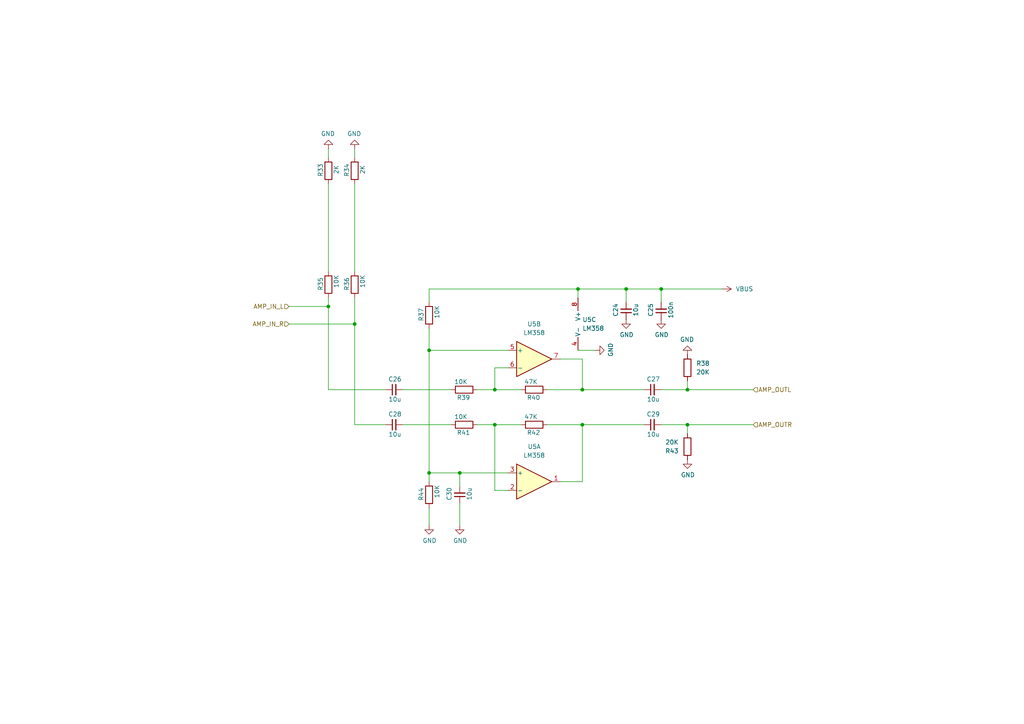
<source format=kicad_sch>
(kicad_sch (version 20250114) (generator "eeschema") (generator_version "9.0")
  (paper "A4")
  (title_block (title "MiniFRANK RM1E") (date "2025-04-15") (rev "${VERSION}") (company "Mikhail Matveev") (comment 1 "https://github.com/xtremespb/frank"))
  (lib_symbols
    (symbol "Amplifier_Operational:LM358" (pin_names (offset 0.127))
      (property "Reference" "U" (at 0 5.08 0))
      (property "Value" "LM358" (at 0 -5.08 0))
      (symbol "LM358_1_1"
        (polyline (pts (xy -5.08 5.08) (xy 5.08 0) (xy -5.08 -5.08) (xy -5.08 5.08)) (stroke (width 0.254)) (fill (type background)))
        (pin input line (at -7.62 2.54 0) (length 2.54) (name "+") (number "3"))
        (pin input line (at -7.62 -2.54 0) (length 2.54) (name "-") (number "2"))
        (pin output line (at 7.62 0 180) (length 2.54) (name "~") (number "1"))
      )
      (symbol "LM358_2_1"
        (polyline (pts (xy -5.08 5.08) (xy 5.08 0) (xy -5.08 -5.08) (xy -5.08 5.08)) (stroke (width 0.254)) (fill (type background)))
        (pin input line (at -7.62 2.54 0) (length 2.54) (name "+") (number "5"))
        (pin input line (at -7.62 -2.54 0) (length 2.54) (name "-") (number "6"))
        (pin output line (at 7.62 0 180) (length 2.54) (name "~") (number "7"))
      )
      (symbol "LM358_3_1"
        (pin power_in line (at -2.54 7.62 270) (length 3.81) (name "V+") (number "8"))
        (pin power_in line (at -2.54 -7.62 90) (length 3.81) (name "V-") (number "4"))
      )
    )
    (symbol "Device:C_Small" (pin_numbers (hide yes)) (pin_names (offset 0.254) (hide yes))
      (property "Reference" "C" (at 0.254 1.778 0))
      (property "Value" "C_Small" (at 0.254 -2.032 0))
      (symbol "C_Small_0_1"
        (polyline (pts (xy -1.524 0.508) (xy 1.524 0.508)) (stroke (width 0.3048)))
        (polyline (pts (xy -1.524 -0.508) (xy 1.524 -0.508)) (stroke (width 0.3302)))
      )
      (symbol "C_Small_1_1"
        (pin passive line (at 0 2.54 270) (length 2.032) (name "~") (number "1"))
        (pin passive line (at 0 -2.54 90) (length 2.032) (name "~") (number "2"))
      )
    )
    (symbol "Device:R" (pin_numbers (hide yes)) (pin_names (offset 0))
      (property "Reference" "R" (at 2.032 0 90))
      (property "Value" "R" (at 0 0 90))
      (symbol "R_0_1"
        (rectangle (start -1.016 -2.54) (end 1.016 2.54) (stroke (width 0.254)))
      )
      (symbol "R_1_1"
        (pin passive line (at 0 3.81 270) (length 1.27) (name "~") (number "1"))
        (pin passive line (at 0 -3.81 90) (length 1.27) (name "~") (number "2"))
      )
    )
    (symbol "GND_1" (power) (pin_numbers (hide yes)) (pin_names (offset 0) (hide yes))
      (property "Value" "GND" (at 0 -3.81 0))
      (symbol "GND_1_0_1"
        (polyline (pts (xy 0 0) (xy 0 -1.27) (xy 1.27 -1.27) (xy 0 -2.54) (xy -1.27 -1.27) (xy 0 -1.27)))
      )
      (symbol "GND_1_1_1"
        (pin power_in line (at 0 0 270) (length 0) (name "~") (number "1"))
      )
    )
    (symbol "power:VBUS" (power) (pin_numbers (hide yes)) (pin_names (offset 0) (hide yes))
      (property "Value" "VBUS" (at 0 3.556 0))
      (symbol "VBUS_0_1"
        (polyline (pts (xy -0.762 1.27) (xy 0 2.54)))
        (polyline (pts (xy 0 2.54) (xy 0.762 1.27)))
        (polyline (pts (xy 0 0) (xy 0 2.54)))
      )
      (symbol "VBUS_1_1"
        (pin power_in line (at 0 0 90) (length 0) (name "~") (number "1"))
      )
    )
  )
  (junction (at 168.91 123.19))
  (junction (at 181.61 83.82))
  (junction (at 167.64 83.82))
  (junction (at 143.51 123.19))
  (junction (at 199.39 123.19))
  (junction (at 95.25 88.9))
  (junction (at 191.77 83.82))
  (junction (at 124.46 137.16))
  (junction (at 143.51 113.03))
  (junction (at 102.87 93.98))
  (junction (at 133.35 137.16))
  (junction (at 124.46 101.6))
  (junction (at 199.39 113.03))
  (junction (at 168.91 113.03))
  (wire (pts (xy 147.32 142.24) (xy 143.51 142.24)))
  (wire (pts (xy 102.87 123.19) (xy 111.76 123.19)))
  (wire (pts (xy 95.25 86.36) (xy 95.25 88.9)))
  (wire (pts (xy 167.64 83.82) (xy 181.61 83.82)))
  (wire (pts (xy 199.39 123.19) (xy 218.44 123.19)))
  (wire (pts (xy 143.51 106.68) (xy 143.51 113.03)))
  (wire (pts (xy 199.39 113.03) (xy 218.44 113.03)))
  (wire (pts (xy 138.43 113.03) (xy 143.51 113.03)))
  (wire (pts (xy 102.87 93.98) (xy 102.87 123.19)))
  (wire (pts (xy 158.75 123.19) (xy 168.91 123.19)))
  (wire (pts (xy 191.77 113.03) (xy 199.39 113.03)))
  (wire (pts (xy 138.43 123.19) (xy 143.51 123.19)))
  (wire (pts (xy 168.91 104.14) (xy 168.91 113.03)))
  (wire (pts (xy 83.82 88.9) (xy 95.25 88.9)))
  (wire (pts (xy 181.61 83.82) (xy 181.61 87.63)))
  (wire (pts (xy 102.87 43.18) (xy 102.87 45.72)))
  (wire (pts (xy 191.77 83.82) (xy 209.55 83.82)))
  (wire (pts (xy 167.64 101.6) (xy 172.72 101.6)))
  (wire (pts (xy 133.35 152.4) (xy 133.35 146.05)))
  (wire (pts (xy 124.46 83.82) (xy 167.64 83.82)))
  (wire (pts (xy 116.84 113.03) (xy 130.81 113.03)))
  (wire (pts (xy 124.46 101.6) (xy 124.46 137.16)))
  (wire (pts (xy 168.91 113.03) (xy 186.69 113.03)))
  (wire (pts (xy 181.61 83.82) (xy 191.77 83.82)))
  (wire (pts (xy 168.91 123.19) (xy 186.69 123.19)))
  (wire (pts (xy 143.51 113.03) (xy 151.13 113.03)))
  (wire (pts (xy 95.25 113.03) (xy 111.76 113.03)))
  (wire (pts (xy 116.84 123.19) (xy 130.81 123.19)))
  (wire (pts (xy 143.51 123.19) (xy 151.13 123.19)))
  (wire (pts (xy 124.46 87.63) (xy 124.46 83.82)))
  (wire (pts (xy 191.77 83.82) (xy 191.77 87.63)))
  (wire (pts (xy 133.35 137.16) (xy 133.35 140.97)))
  (wire (pts (xy 124.46 101.6) (xy 147.32 101.6)))
  (wire (pts (xy 162.56 104.14) (xy 168.91 104.14)))
  (wire (pts (xy 199.39 125.73) (xy 199.39 123.19)))
  (wire (pts (xy 95.25 88.9) (xy 95.25 113.03)))
  (wire (pts (xy 143.51 142.24) (xy 143.51 123.19)))
  (wire (pts (xy 167.64 83.82) (xy 167.64 86.36)))
  (wire (pts (xy 124.46 137.16) (xy 133.35 137.16)))
  (wire (pts (xy 158.75 113.03) (xy 168.91 113.03)))
  (wire (pts (xy 102.87 53.34) (xy 102.87 78.74)))
  (wire (pts (xy 124.46 137.16) (xy 124.46 139.7)))
  (wire (pts (xy 124.46 95.25) (xy 124.46 101.6)))
  (wire (pts (xy 168.91 123.19) (xy 168.91 139.7)))
  (wire (pts (xy 102.87 86.36) (xy 102.87 93.98)))
  (wire (pts (xy 95.25 43.18) (xy 95.25 45.72)))
  (wire (pts (xy 191.77 123.19) (xy 199.39 123.19)))
  (wire (pts (xy 83.82 93.98) (xy 102.87 93.98)))
  (wire (pts (xy 162.56 139.7) (xy 168.91 139.7)))
  (wire (pts (xy 133.35 137.16) (xy 147.32 137.16)))
  (wire (pts (xy 199.39 110.49) (xy 199.39 113.03)))
  (wire (pts (xy 124.46 152.4) (xy 124.46 147.32)))
  (wire (pts (xy 95.25 53.34) (xy 95.25 78.74)))
  (wire (pts (xy 143.51 106.68) (xy 147.32 106.68)))
  (hierarchical_label "AMP_IN_L" (shape input) (at 83.82 88.9 180))
  (hierarchical_label "AMP_OUTR" (shape input) (at 218.44 123.19 0))
  (hierarchical_label "AMP_IN_R" (shape input) (at 83.82 93.98 180))
  (hierarchical_label "AMP_OUTL" (shape input) (at 218.44 113.03 0))
  (symbol (lib_id "Device:R") (at 199.39 129.54 180) (unit 1)
    (property "Reference" "R43" (at 196.85 130.8101 0) (effects (justify left)))
    (property "Value" "20K" (at 196.85 128.2701 0) (effects (justify left)))
    (property "Footprint" "FRANK:Resistor (0402)" (effects (hide yes)))
    (property "Datasheet" "https://www.vishay.com/docs/28952/mcs0402at-mct0603at-mcu0805at-mca1206at.pdf" (effects (hide yes)))
    (property "AliExpress" "https://www.aliexpress.com/item/1005005945735199.html" (effects (hide yes)))
  )
  (symbol (lib_id "Device:C_Small") (at 189.23 113.03 90) (unit 1)
    (property "Reference" "C27" (at 189.484 109.982 90))
    (property "Value" "10u" (at 189.484 115.824 90))
    (property "Footprint" "FRANK:Capacitor (0402)" (effects (hide yes)))
    (property "Datasheet" "https://eu.mouser.com/datasheet/2/40/KGM_X7R-3223212.pdf" (effects (hide yes)))
    (property "Description" "Unpolarized capacitor, small symbol" (effects (hide yes)))
    (property "AliExpress" "https://www.aliexpress.com/item/33008008276.html" (effects (hide yes)))
  )
  (symbol (lib_name "GND_1") (lib_id "power:GND") (at 172.72 101.6 90) (unit 1)
    (property "Reference" "#PWR0104" (effects (hide yes)))
    (property "Value" "GND" (at 177.1142 101.473 0))
    (property "Description" "Power symbol creates a global label with name \"GND\" , ground" (effects (hide yes)))
  )
  (symbol (lib_name "GND_1") (lib_id "power:GND") (at 124.46 152.4 0) (unit 1)
    (property "Reference" "#PWR070" (effects (hide yes)))
    (property "Value" "GND" (at 124.587 156.7942 0))
    (property "Description" "Power symbol creates a global label with name \"GND\" , ground" (effects (hide yes)))
  )
  (symbol (lib_id "Device:R") (at 102.87 82.55 180) (unit 1)
    (property "Reference" "R36" (at 100.584 84.328 90) (effects (justify right)))
    (property "Value" "10K" (at 105.156 83.566 90) (effects (justify right)))
    (property "Footprint" "FRANK:Resistor (0402)" (effects (hide yes)))
    (property "Datasheet" "https://www.vishay.com/docs/28952/mcs0402at-mct0603at-mcu0805at-mca1206at.pdf" (effects (hide yes)))
    (property "AliExpress" "https://www.aliexpress.com/item/1005005945735199.html" (effects (hide yes)))
  )
  (symbol (lib_name "GND_1") (lib_id "power:GND") (at 95.25 43.18 180) (unit 1)
    (property "Reference" "#PWR062" (effects (hide yes)))
    (property "Value" "GND" (at 95.123 38.7858 0))
    (property "Description" "Power symbol creates a global label with name \"GND\" , ground" (effects (hide yes)))
  )
  (symbol (lib_name "GND_1") (lib_id "power:GND") (at 102.87 43.18 180) (unit 1)
    (property "Reference" "#PWR0105" (effects (hide yes)))
    (property "Value" "GND" (at 102.743 38.7858 0))
    (property "Description" "Power symbol creates a global label with name \"GND\" , ground" (effects (hide yes)))
  )
  (symbol (lib_id "Device:R") (at 134.62 113.03 270) (unit 1)
    (property "Reference" "R39" (at 136.398 115.316 90) (effects (justify right)))
    (property "Value" "10K" (at 135.636 110.744 90) (effects (justify right)))
    (property "Footprint" "FRANK:Resistor (0402)" (effects (hide yes)))
    (property "Datasheet" "https://www.vishay.com/docs/28952/mcs0402at-mct0603at-mcu0805at-mca1206at.pdf" (effects (hide yes)))
    (property "AliExpress" "https://www.aliexpress.com/item/1005005945735199.html" (effects (hide yes)))
  )
  (symbol (lib_id "Device:R") (at 95.25 49.53 180) (unit 1)
    (property "Reference" "R33" (at 92.964 51.308 90) (effects (justify right)))
    (property "Value" "2K" (at 97.536 50.546 90) (effects (justify right)))
    (property "Footprint" "FRANK:Resistor (0402)" (effects (hide yes)))
    (property "Datasheet" "https://www.vishay.com/docs/28952/mcs0402at-mct0603at-mcu0805at-mca1206at.pdf" (effects (hide yes)))
    (property "AliExpress" "https://www.aliexpress.com/item/1005005945735199.html" (effects (hide yes)))
  )
  (symbol (lib_id "Device:R") (at 154.94 113.03 270) (unit 1)
    (property "Reference" "R40" (at 156.718 115.316 90) (effects (justify right)))
    (property "Value" "47K" (at 155.956 110.744 90) (effects (justify right)))
    (property "Footprint" "FRANK:Resistor (0402)" (effects (hide yes)))
    (property "Datasheet" "https://www.vishay.com/docs/28952/mcs0402at-mct0603at-mcu0805at-mca1206at.pdf" (effects (hide yes)))
    (property "AliExpress" "https://www.aliexpress.com/item/1005005945735199.html" (effects (hide yes)))
  )
  (symbol (lib_id "Amplifier_Operational:LM358") (at 170.18 93.98 0) (unit 3)
    (property "Reference" "U5" (at 168.91 92.7099 0) (effects (justify left)))
    (property "Value" "LM358" (at 168.91 95.2499 0) (effects (justify left)))
    (property "Footprint" "FRANK:SO-8" (effects (hide yes)))
    (property "Datasheet" "http://www.ti.com/lit/ds/symlink/lm2904-n.pdf" (effects (hide yes)))
    (property "Description" "Low-Power, Dual Operational Amplifiers, DIP-8/SOIC-8/TO-99-8" (effects (hide yes)))
    (property "AliExpress" "https://www.aliexpress.com/item/1005006785079218.html" (effects (hide yes)))
  )
  (symbol (lib_id "Device:C_Small") (at 114.3 123.19 90) (unit 1)
    (property "Reference" "C28" (at 114.554 120.142 90))
    (property "Value" "10u" (at 114.554 125.984 90))
    (property "Footprint" "FRANK:Capacitor (0402)" (effects (hide yes)))
    (property "Datasheet" "https://eu.mouser.com/datasheet/2/40/KGM_X7R-3223212.pdf" (effects (hide yes)))
    (property "Description" "Unpolarized capacitor, small symbol" (effects (hide yes)))
    (property "AliExpress" "https://www.aliexpress.com/item/33008008276.html" (effects (hide yes)))
  )
  (symbol (lib_id "Amplifier_Operational:LM358") (at 154.94 104.14 0) (unit 2)
    (property "Reference" "U5" (at 154.94 93.98 0))
    (property "Value" "LM358" (at 154.94 96.52 0))
    (property "Footprint" "FRANK:SO-8" (effects (hide yes)))
    (property "Datasheet" "http://www.ti.com/lit/ds/symlink/lm2904-n.pdf" (effects (hide yes)))
    (property "Description" "Low-Power, Dual Operational Amplifiers, DIP-8/SOIC-8/TO-99-8" (effects (hide yes)))
    (property "AliExpress" "https://www.aliexpress.com/item/1005006785079218.html" (effects (hide yes)))
  )
  (symbol (lib_id "Device:C_Small") (at 189.23 123.19 90) (unit 1)
    (property "Reference" "C29" (at 189.484 120.142 90))
    (property "Value" "10u" (at 189.484 125.984 90))
    (property "Footprint" "FRANK:Capacitor (0402)" (effects (hide yes)))
    (property "Datasheet" "https://eu.mouser.com/datasheet/2/40/KGM_X7R-3223212.pdf" (effects (hide yes)))
    (property "Description" "Unpolarized capacitor, small symbol" (effects (hide yes)))
    (property "AliExpress" "https://www.aliexpress.com/item/33008008276.html" (effects (hide yes)))
  )
  (symbol (lib_id "Device:C_Small") (at 133.35 143.51 180) (unit 1)
    (property "Reference" "C30" (at 130.302 143.256 90))
    (property "Value" "10u" (at 136.144 143.256 90))
    (property "Footprint" "FRANK:Capacitor (0402)" (effects (hide yes)))
    (property "Datasheet" "https://eu.mouser.com/datasheet/2/40/KGM_X7R-3223212.pdf" (effects (hide yes)))
    (property "Description" "Unpolarized capacitor, small symbol" (effects (hide yes)))
    (property "AliExpress" "https://www.aliexpress.com/item/33008008276.html" (effects (hide yes)))
  )
  (symbol (lib_name "GND_1") (lib_id "power:GND") (at 199.39 133.35 0) (unit 1)
    (property "Reference" "#PWR069" (effects (hide yes)))
    (property "Value" "GND" (at 199.517 137.7442 0))
    (property "Description" "Power symbol creates a global label with name \"GND\" , ground" (effects (hide yes)))
  )
  (symbol (lib_id "Device:R") (at 124.46 143.51 180) (unit 1)
    (property "Reference" "R44" (at 122.174 145.288 90) (effects (justify right)))
    (property "Value" "10K" (at 126.746 144.526 90) (effects (justify right)))
    (property "Footprint" "FRANK:Resistor (0402)" (effects (hide yes)))
    (property "Datasheet" "https://www.vishay.com/docs/28952/mcs0402at-mct0603at-mcu0805at-mca1206at.pdf" (effects (hide yes)))
    (property "AliExpress" "https://www.aliexpress.com/item/1005005945735199.html" (effects (hide yes)))
  )
  (symbol (lib_name "GND_1") (lib_id "power:GND") (at 199.39 102.87 180) (unit 1)
    (property "Reference" "#PWR068" (effects (hide yes)))
    (property "Value" "GND" (at 199.263 98.4758 0))
    (property "Description" "Power symbol creates a global label with name \"GND\" , ground" (effects (hide yes)))
  )
  (symbol (lib_id "Device:R") (at 154.94 123.19 270) (unit 1)
    (property "Reference" "R42" (at 156.718 125.476 90) (effects (justify right)))
    (property "Value" "47K" (at 155.956 120.904 90) (effects (justify right)))
    (property "Footprint" "FRANK:Resistor (0402)" (effects (hide yes)))
    (property "Datasheet" "https://www.vishay.com/docs/28952/mcs0402at-mct0603at-mcu0805at-mca1206at.pdf" (effects (hide yes)))
    (property "AliExpress" "https://www.aliexpress.com/item/1005005945735199.html" (effects (hide yes)))
  )
  (symbol (lib_name "GND_1") (lib_id "power:GND") (at 133.35 152.4 0) (unit 1)
    (property "Reference" "#PWR071" (effects (hide yes)))
    (property "Value" "GND" (at 133.477 156.7942 0))
    (property "Description" "Power symbol creates a global label with name \"GND\" , ground" (effects (hide yes)))
  )
  (symbol (lib_id "Device:R") (at 134.62 123.19 270) (unit 1)
    (property "Reference" "R41" (at 136.398 125.476 90) (effects (justify right)))
    (property "Value" "10K" (at 135.636 120.904 90) (effects (justify right)))
    (property "Footprint" "FRANK:Resistor (0402)" (effects (hide yes)))
    (property "Datasheet" "https://www.vishay.com/docs/28952/mcs0402at-mct0603at-mcu0805at-mca1206at.pdf" (effects (hide yes)))
    (property "AliExpress" "https://www.aliexpress.com/item/1005005945735199.html" (effects (hide yes)))
  )
  (symbol (lib_id "Amplifier_Operational:LM358") (at 154.94 139.7 0) (unit 1)
    (property "Reference" "U5" (at 154.94 129.54 0))
    (property "Value" "LM358" (at 154.94 132.08 0))
    (property "Footprint" "FRANK:SO-8" (effects (hide yes)))
    (property "Datasheet" "http://www.ti.com/lit/ds/symlink/lm2904-n.pdf" (effects (hide yes)))
    (property "Description" "Low-Power, Dual Operational Amplifiers, DIP-8/SOIC-8/TO-99-8" (effects (hide yes)))
    (property "AliExpress" "https://www.aliexpress.com/item/1005006785079218.html" (effects (hide yes)))
  )
  (symbol (lib_name "GND_1") (lib_id "power:GND") (at 181.61 92.71 0) (unit 1)
    (property "Reference" "#PWR0103" (effects (hide yes)))
    (property "Value" "GND" (at 181.737 97.1042 0))
    (property "Description" "Power symbol creates a global label with name \"GND\" , ground" (effects (hide yes)))
  )
  (symbol (lib_id "Device:R") (at 199.39 106.68 0) (unit 1)
    (property "Reference" "R38" (at 201.93 105.4099 0) (effects (justify left)))
    (property "Value" "20K" (at 201.93 107.9499 0) (effects (justify left)))
    (property "Footprint" "FRANK:Resistor (0402)" (effects (hide yes)))
    (property "Datasheet" "https://www.vishay.com/docs/28952/mcs0402at-mct0603at-mcu0805at-mca1206at.pdf" (effects (hide yes)))
    (property "AliExpress" "https://www.aliexpress.com/item/1005005945735199.html" (effects (hide yes)))
  )
  (symbol (lib_id "Device:R") (at 95.25 82.55 180) (unit 1)
    (property "Reference" "R35" (at 92.964 84.328 90) (effects (justify right)))
    (property "Value" "10K" (at 97.536 83.566 90) (effects (justify right)))
    (property "Footprint" "FRANK:Resistor (0402)" (effects (hide yes)))
    (property "Datasheet" "https://www.vishay.com/docs/28952/mcs0402at-mct0603at-mcu0805at-mca1206at.pdf" (effects (hide yes)))
    (property "AliExpress" "https://www.aliexpress.com/item/1005005945735199.html" (effects (hide yes)))
  )
  (symbol (lib_id "power:VBUS") (at 209.55 83.82 270) (unit 1)
    (property "Reference" "#PWR0102" (effects (hide yes)))
    (property "Value" "VBUS" (at 213.36 83.8199 90) (effects (justify left)))
    (property "Description" "Power symbol creates a global label with name \"VBUS\"" (effects (hide yes)))
  )
  (symbol (lib_id "Device:C_Small") (at 191.77 90.17 180) (unit 1)
    (property "Reference" "C25" (at 188.722 89.916 90))
    (property "Value" "100n" (at 194.564 89.916 90))
    (property "Footprint" "FRANK:Capacitor (0402)" (effects (hide yes)))
    (property "Datasheet" "https://eu.mouser.com/datasheet/2/40/KGM_X7R-3223212.pdf" (effects (hide yes)))
    (property "Description" "Unpolarized capacitor, small symbol" (effects (hide yes)))
    (property "AliExpress" "https://www.aliexpress.com/item/33008008276.html" (effects (hide yes)))
  )
  (symbol (lib_name "GND_1") (lib_id "power:GND") (at 191.77 92.71 0) (unit 1)
    (property "Reference" "#PWR0101" (effects (hide yes)))
    (property "Value" "GND" (at 191.897 97.1042 0))
    (property "Description" "Power symbol creates a global label with name \"GND\" , ground" (effects (hide yes)))
  )
  (symbol (lib_id "Device:C_Small") (at 114.3 113.03 90) (unit 1)
    (property "Reference" "C26" (at 114.554 109.982 90))
    (property "Value" "10u" (at 114.554 115.824 90))
    (property "Footprint" "FRANK:Capacitor (0402)" (effects (hide yes)))
    (property "Datasheet" "https://eu.mouser.com/datasheet/2/40/KGM_X7R-3223212.pdf" (effects (hide yes)))
    (property "Description" "Unpolarized capacitor, small symbol" (effects (hide yes)))
    (property "AliExpress" "https://www.aliexpress.com/item/33008008276.html" (effects (hide yes)))
  )
  (symbol (lib_id "Device:R") (at 124.46 91.44 180) (unit 1)
    (property "Reference" "R37" (at 122.174 93.218 90) (effects (justify right)))
    (property "Value" "10K" (at 126.746 92.456 90) (effects (justify right)))
    (property "Footprint" "FRANK:Resistor (0402)" (effects (hide yes)))
    (property "Datasheet" "https://www.vishay.com/docs/28952/mcs0402at-mct0603at-mcu0805at-mca1206at.pdf" (effects (hide yes)))
    (property "AliExpress" "https://www.aliexpress.com/item/1005005945735199.html" (effects (hide yes)))
  )
  (symbol (lib_id "Device:C_Small") (at 181.61 90.17 180) (unit 1)
    (property "Reference" "C24" (at 178.562 89.916 90))
    (property "Value" "10u" (at 184.404 89.916 90))
    (property "Footprint" "FRANK:Capacitor (0402)" (effects (hide yes)))
    (property "Datasheet" "https://eu.mouser.com/datasheet/2/40/KGM_X7R-3223212.pdf" (effects (hide yes)))
    (property "Description" "Unpolarized capacitor, small symbol" (effects (hide yes)))
    (property "AliExpress" "https://www.aliexpress.com/item/33008008276.html" (effects (hide yes)))
  )
  (symbol (lib_id "Device:R") (at 102.87 49.53 180) (unit 1)
    (property "Reference" "R34" (at 100.584 51.308 90) (effects (justify right)))
    (property "Value" "2K" (at 105.156 50.546 90) (effects (justify right)))
    (property "Footprint" "FRANK:Resistor (0402)" (effects (hide yes)))
    (property "Datasheet" "https://www.vishay.com/docs/28952/mcs0402at-mct0603at-mcu0805at-mca1206at.pdf" (effects (hide yes)))
    (property "AliExpress" "https://www.aliexpress.com/item/1005005945735199.html" (effects (hide yes)))
  )
)
</source>
